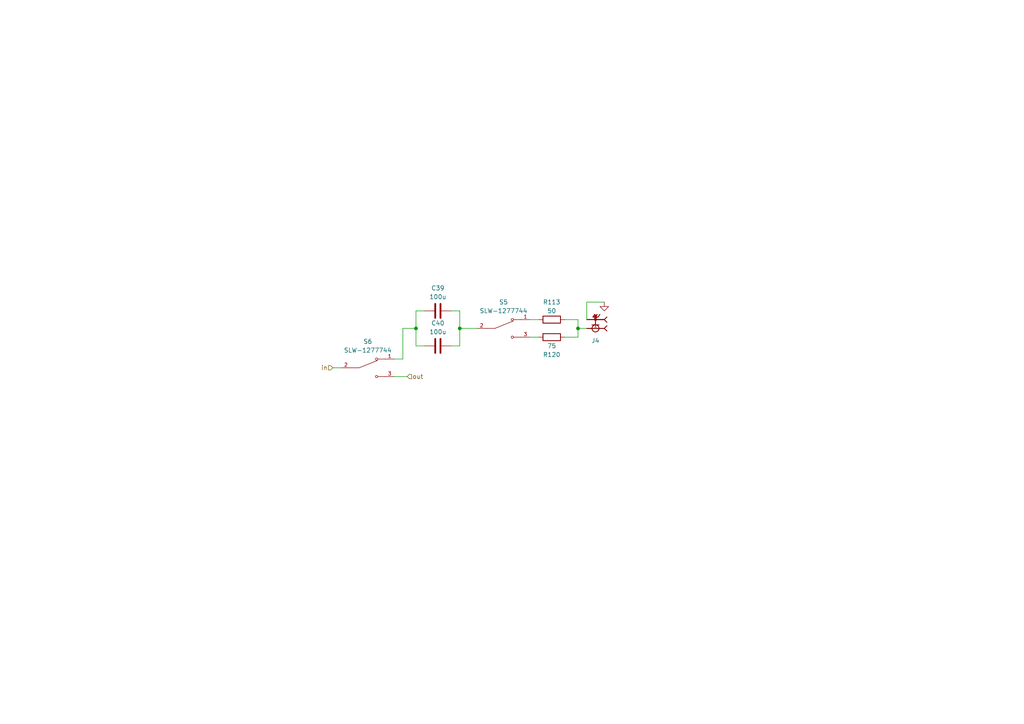
<source format=kicad_sch>
(kicad_sch (version 20250114) (generator "eeschema") (generator_version "9.0")
  (paper "A4")
  (lib_symbols
    (symbol "Device:C" (pin_numbers (hide yes)) (pin_names (offset 0.254))
      (property "Reference" "C" (at 0.635 2.54 0))
      (property "Value" "C" (at 0.635 -2.54 0))
      (symbol "C_0_1"
        (polyline (pts (xy -2.032 0.762) (xy 2.032 0.762)) (stroke (width 0.508)))
        (polyline (pts (xy -2.032 -0.762) (xy 2.032 -0.762)) (stroke (width 0.508)))
      )
      (symbol "C_1_1"
        (pin passive line (at 0 3.81 270) (length 2.794) (name "~") (number "1"))
        (pin passive line (at 0 -3.81 90) (length 2.794) (name "~") (number "2"))
      )
    )
    (symbol "Device:R" (pin_numbers (hide yes)) (pin_names (offset 0))
      (property "Reference" "R" (at 2.032 0 90))
      (property "Value" "R" (at 0 0 90))
      (symbol "R_0_1"
        (rectangle (start -1.016 -2.54) (end 1.016 2.54) (stroke (width 0.254)))
      )
      (symbol "R_1_1"
        (pin passive line (at 0 3.81 270) (length 1.27) (name "~") (number "1"))
        (pin passive line (at 0 -3.81 90) (length 1.27) (name "~") (number "2"))
      )
    )
    (symbol "SLW-1277744-3A-N-D:SLW-1277744-3A-N-D" (pin_names (offset 1.016))
      (property "Reference" "S" (at -5.08 5.08 0))
      (property "Value" "SLW-1277744-3A-N-D" (at -5.08 -5.08 0))
      (symbol "SLW-1277744-3A-N-D_0_0"
        (polyline (pts (xy -5.08 0) (xy -7.62 0)) (stroke (width 0.1524)))
        (polyline (pts (xy -5.08 0) (xy 0.254 2.1336)) (stroke (width 0.1524)))
        (circle (center 0 2.54) (radius 0.3302) (stroke (width 0.1524)))
        (circle (center 0 -2.54) (radius 0.3302) (stroke (width 0.1524)))
        (polyline (pts (xy 2.54 2.54) (xy 0.381 2.54)) (stroke (width 0.1524)))
        (polyline (pts (xy 2.54 -2.54) (xy 0.381 -2.54)) (stroke (width 0.1524)))
        (pin passive line (at -10.16 0 0) (length 2.54) (name "~") (number "2"))
        (pin passive line (at 5.08 2.54 180) (length 2.54) (name "~") (number "1"))
        (pin passive line (at 5.08 -2.54 180) (length 2.54) (name "~") (number "3"))
      )
    )
    (symbol "SMA-J-P-X-RA-TH1:SMA-J-P-X-RA-TH1" (pin_names (offset 1.016))
      (property "Reference" "J" (at -3.81 4.064 0))
      (property "Value" "SMA-J-P-X-RA-TH1" (at -4.064 -4.318 0))
      (symbol "SMA-J-P-X-RA-TH1_0_0"
        (polyline (pts (xy -3.302 3.302) (xy -2.54 2.54)) (stroke (width 0.254)))
        (polyline (pts (xy -3.302 1.778) (xy -2.54 2.54)) (stroke (width 0.254)))
        (polyline (pts (xy -3.302 0.762) (xy -2.54 0)) (stroke (width 0.254)))
        (polyline (pts (xy -3.302 -0.762) (xy -2.54 0)) (stroke (width 0.254)))
        (polyline (pts (xy -2.54 2.54) (xy 2.54 2.54)) (stroke (width 0.254)))
        (polyline (pts (xy -2.54 0) (xy 0 0)) (stroke (width 0.254)))
        (polyline (pts (xy -1.016 1.524) (xy 0 1.524)) (stroke (width 0.254)))
        (polyline (pts (xy -0.762 -0.762) (xy -1.27 -1.524)) (stroke (width 0.254)))
        (circle (center 0 2.54) (radius 1.016) (stroke (width 0.254)))
        (polyline (pts (xy 0 1.524) (xy 0 0)) (stroke (width 0.254)))
        (polyline (pts (xy 0 1.524) (xy 1.016 1.524)) (stroke (width 0.254)))
        (polyline (pts (xy 0 0) (xy -2.286 0)) (stroke (width 0.254)))
        (polyline (pts (xy 0 0) (xy 0 -0.762)) (stroke (width 0.254)))
        (circle (center 0 0) (radius 0.254) (stroke (width 0.254)))
        (polyline (pts (xy 0 -0.762) (xy -0.508 -1.524)) (stroke (width 0.254)))
        (polyline (pts (xy 0.762 -0.762) (xy -0.762 -0.762)) (stroke (width 0.254)))
        (polyline (pts (xy 0.762 -0.762) (xy 0.254 -1.524)) (stroke (width 0.254)))
        (polyline (pts (xy 2.54 0) (xy 0 0)) (stroke (width 0.254)))
        (pin passive line (at 2.54 2.54 180) (length 5.08) (name "~") (number "1"))
        (pin passive line (at 2.54 0 180) (length 5.08) (name "~") (number "2"))
        (pin passive line (at 2.54 0 180) (length 5.08) (name "~") (number "3"))
        (pin passive line (at 2.54 0 180) (length 5.08) (name "~") (number "4"))
        (pin passive line (at 2.54 0 180) (length 5.08) (name "~") (number "5"))
      )
    )
    (symbol "power:GND" (power) (pin_numbers (hide yes)) (pin_names (offset 0) (hide yes))
      (property "Value" "GND" (at 0 -3.81 0))
      (symbol "GND_0_1"
        (polyline (pts (xy 0 0) (xy 0 -1.27) (xy 1.27 -1.27) (xy 0 -2.54) (xy -1.27 -1.27) (xy 0 -1.27)))
      )
      (symbol "GND_1_1"
        (pin power_in line (at 0 0 270) (length 0) (name "~") (number "1"))
      )
    )
  )
  (junction (at 133.35 95.25))
  (junction (at 167.64 95.25))
  (junction (at 120.65 95.25))
  (wire (pts (xy 163.83 92.71) (xy 167.64 92.71)))
  (wire (pts (xy 167.64 95.25) (xy 170.18 95.25)))
  (wire (pts (xy 120.65 90.17) (xy 123.19 90.17)))
  (wire (pts (xy 120.65 100.33) (xy 123.19 100.33)))
  (wire (pts (xy 133.35 90.17) (xy 133.35 95.25)))
  (wire (pts (xy 153.67 92.71) (xy 156.21 92.71)))
  (wire (pts (xy 130.81 100.33) (xy 133.35 100.33)))
  (wire (pts (xy 114.3 109.22) (xy 118.11 109.22)))
  (wire (pts (xy 133.35 95.25) (xy 138.43 95.25)))
  (wire (pts (xy 116.84 104.14) (xy 114.3 104.14)))
  (wire (pts (xy 167.64 97.79) (xy 167.64 95.25)))
  (wire (pts (xy 116.84 95.25) (xy 116.84 104.14)))
  (wire (pts (xy 130.81 90.17) (xy 133.35 90.17)))
  (wire (pts (xy 170.18 87.63) (xy 175.26 87.63)))
  (wire (pts (xy 120.65 100.33) (xy 120.65 95.25)))
  (wire (pts (xy 120.65 95.25) (xy 120.65 90.17)))
  (wire (pts (xy 167.64 92.71) (xy 167.64 95.25)))
  (wire (pts (xy 170.18 92.71) (xy 170.18 87.63)))
  (wire (pts (xy 153.67 97.79) (xy 156.21 97.79)))
  (wire (pts (xy 116.84 95.25) (xy 120.65 95.25)))
  (wire (pts (xy 133.35 100.33) (xy 133.35 95.25)))
  (wire (pts (xy 163.83 97.79) (xy 167.64 97.79)))
  (wire (pts (xy 96.52 106.68) (xy 99.06 106.68)))
  (hierarchical_label "in" (shape input) (at 96.52 106.68 180))
  (hierarchical_label "out" (shape input) (at 118.11 109.22 0))
  (symbol (lib_id "Device:C") (at 127 90.17 90) (unit 1)
    (property "Reference" "C61" (at 127 83.566 90))
    (property "Value" "100u" (at 127 86.106 90))
    (property "Footprint" "Capacitor_SMD:C_1206_3216Metric_Pad1.33x1.80mm_HandSolder" (effects (hide yes)))
    (property "Description" "Unpolarized capacitor" (effects (hide yes)))
    (instances (project "teensytx" (path "" (reference "C39") (unit 1)) (path "" (reference "C61") (unit 1))))
  )
  (symbol (lib_id "Device:C") (at 127 100.33 90) (unit 1)
    (property "Reference" "C62" (at 127 93.726 90))
    (property "Value" "100u" (at 127 96.266 90))
    (property "Footprint" "Capacitor_SMD:C_1206_3216Metric_Pad1.33x1.80mm_HandSolder" (effects (hide yes)))
    (property "Description" "Unpolarized capacitor" (effects (hide yes)))
    (instances (project "teensytx" (path "" (reference "C40") (unit 1)) (path "" (reference "C62") (unit 1))))
  )
  (symbol (lib_id "SLW-1277744-3A-N-D:SLW-1277744-3A-N-D") (at 109.22 106.68 0) (unit 1)
    (property "Reference" "S1" (at 106.68 99.06 0))
    (property "Value" "SLW-1277744" (at 106.68 101.6 0))
    (property "Footprint" "SLW_1277744_3A_N_D:SW_SLW-1277744-3A-N-D" (effects (hide yes)))
    (property "PARTREV" "1.01" (effects (hide yes)))
    (property "STANDARD" "Manufacturer Recommendations" (effects (hide yes)))
    (property "MAXIMUM_PACKAGE_HEIGHT" "8.0mm" (effects (hide yes)))
    (property "MANUFACTURER" "Same Sky" (effects (hide yes)))
    (instances (project "teensytx" (path "" (reference "S6") (unit 1)) (path "" (reference "S1") (unit 1))))
  )
  (symbol (lib_id "power:GND") (at 175.26 87.63 0) (unit 1)
    (property "Reference" "#PWR064" (effects (hide yes)))
    (property "Value" "GND" (effects (hide yes)))
    (property "Description" "Power symbol creates a global label with name \"GND\" , ground" (effects (hide yes)))
    (instances (project "teensytx" (path "" (reference "#PWR089") (unit 1)) (path "" (reference "#PWR064") (unit 1))))
  )
  (symbol (lib_id "SMA-J-P-X-RA-TH1:SMA-J-P-X-RA-TH1") (at 172.72 92.71 180) (unit 1)
    (property "Reference" "J2" (at 172.72 98.806 0))
    (property "Value" "SMA-J-P-X-RA-TH1" (effects (hide yes)))
    (property "Footprint" "SMA_J_P_H_RA_TH1:SAMTEC_SMA-J-P-X-RA-TH1" (effects (hide yes)))
    (property "PARTREV" "K" (effects (hide yes)))
    (property "MANUFACTURER" "Samtec" (effects (hide yes)))
    (property "MAXIMUM_PACKAGE_HEIGHT" "9.86mm" (effects (hide yes)))
    (property "STANDARD" "Manufacturer Recommendations" (effects (hide yes)))
    (instances (project "teensytx" (path "" (reference "J4") (unit 1)) (path "" (reference "J2") (unit 1))))
  )
  (symbol (lib_id "SLW-1277744-3A-N-D:SLW-1277744-3A-N-D") (at 148.59 95.25 0) (unit 1)
    (property "Reference" "S2" (at 146.05 87.63 0))
    (property "Value" "SLW-1277744" (at 146.05 90.17 0))
    (property "Footprint" "SLW_1277744_3A_N_D:SW_SLW-1277744-3A-N-D" (effects (hide yes)))
    (property "PARTREV" "1.01" (effects (hide yes)))
    (property "STANDARD" "Manufacturer Recommendations" (effects (hide yes)))
    (property "MAXIMUM_PACKAGE_HEIGHT" "8.0mm" (effects (hide yes)))
    (property "MANUFACTURER" "Same Sky" (effects (hide yes)))
    (instances (project "teensytx" (path "" (reference "S5") (unit 1)) (path "" (reference "S2") (unit 1))))
  )
  (symbol (lib_id "Device:R") (at 160.02 97.79 90) (mirror x) (unit 1)
    (property "Reference" "R127" (at 160.02 102.87 90))
    (property "Value" "75" (at 160.02 100.33 90))
    (property "Footprint" "Resistor_SMD:R_0805_2012Metric_Pad1.20x1.40mm_HandSolder" (effects (hide yes)))
    (property "Description" "Resistor" (effects (hide yes)))
    (instances (project "teensytx" (path "" (reference "R120") (unit 1)) (path "" (reference "R127") (unit 1))))
  )
  (symbol (lib_id "Device:R") (at 160.02 92.71 90) (unit 1)
    (property "Reference" "R126" (at 160.02 87.63 90))
    (property "Value" "50" (at 160.02 90.17 90))
    (property "Footprint" "Resistor_SMD:R_0805_2012Metric_Pad1.20x1.40mm_HandSolder" (effects (hide yes)))
    (property "Description" "Resistor" (effects (hide yes)))
    (instances (project "teensytx" (path "" (reference "R113") (unit 1)) (path "" (reference "R126") (unit 1))))
  )
)
</source>
